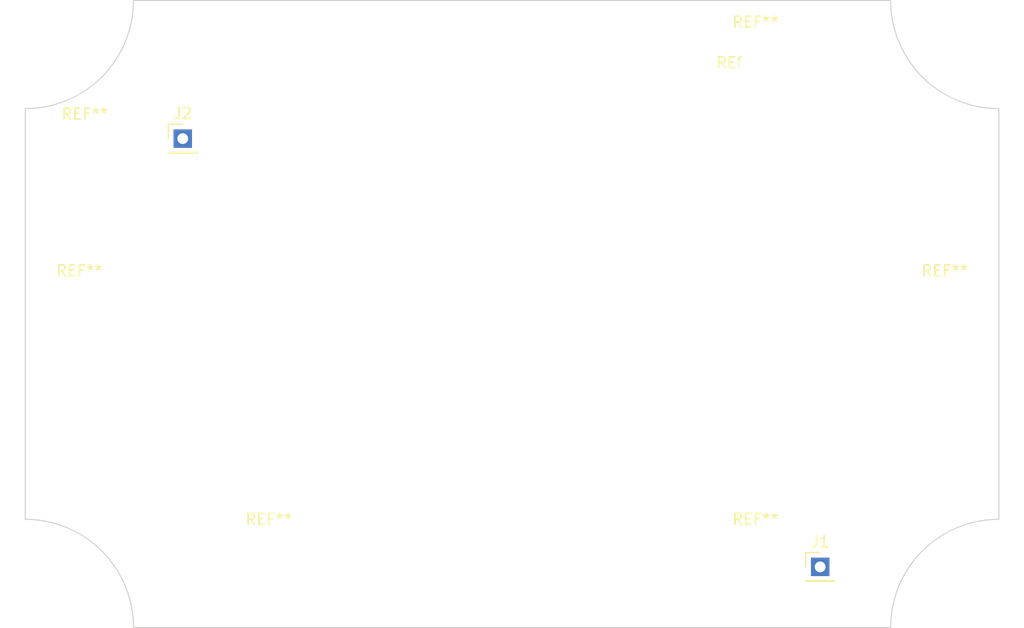
<source format=kicad_pcb>
(kicad_pcb (version 20211014) (generator pcbnew)
  (title_block (title "A06 BACKPLATE") (company "Galopago"))
  (layers (0 "F.Cu" signal) (31 "B.Cu" signal) (34 "B.Paste" user) (35 "F.Paste" user) (36 "B.SilkS" user "B.Silkscreen") (37 "F.SilkS" user "F.Silkscreen") (38 "B.Mask" user) (39 "F.Mask" user) (44 "Edge.Cuts" user))
  (net 0 "")
  (net 1 "Net-(J1-Pad1)")
  (footprint "MountingHole:MountingHole_3mm" (layer "F.Cu") (at 167.5 106)
    (fp_text reference "REF**" (at 0 -4) (layer "F.SilkS"))
    (fp_text value "MountingHole_3mm")
    (pad "" np_thru_hole circle (at 0 0) (size 3 3) (drill 3) (layers *.Cu *.Mask))
  )
  (footprint "Connector_PinHeader_2.54mm:PinHeader_1x01_P2.54mm_Vertical" (layer "F.Cu") (at 114.554 112.776)
    (fp_text reference "J2" (at 0 -2.33) (layer "F.SilkS"))
    (fp_text value "Conn_01x01_Male")
    (fp_line (start -1.33 1.33) (end 1.33 1.33) (layer "F.SilkS") (width 0.12))
    (fp_line (start 1.33 1.27) (end 1.33 1.33) (layer "F.SilkS") (width 0.12))
    (fp_line (start -1.33 -1.33) (end 0 -1.33) (layer "F.SilkS") (width 0.12))
    (fp_line (start -1.33 0) (end -1.33 -1.33) (layer "F.SilkS") (width 0.12))
    (fp_line (start -1.33 1.27) (end 1.33 1.27) (layer "F.SilkS") (width 0.12))
    (fp_line (start -1.33 1.27) (end -1.33 1.33) (layer "F.SilkS") (width 0.12))
    (pad "1" thru_hole rect (at 0 0) (size 1.7 1.7) (drill 1) (layers *.Cu *.Mask) (net 1 "Net-(J1-Pad1)"))
  )
  (footprint "MountingHole:MountingHole_3mm" (layer "F.Cu") (at 105 129)
    (fp_text reference "REF**" (at 0 -4) (layer "F.SilkS"))
    (fp_text value "MountingHole_3mm")
    (pad "" np_thru_hole circle (at 0 0) (size 3 3) (drill 3) (layers *.Cu *.Mask))
  )
  (footprint "MountingHole:MountingHole_3mm" (layer "F.Cu") (at 185 129)
    (fp_text reference "REF**" (at 0 -4) (layer "F.SilkS"))
    (fp_text value "MountingHole_3mm")
    (pad "" np_thru_hole circle (at 0 0) (size 3 3) (drill 3) (layers *.Cu *.Mask))
  )
  (footprint "MountingHole:MountingHole_3mm" (layer "F.Cu") (at 166 109.75)
    (fp_text reference "REF**" (at 0 -4) (layer "F.SilkS"))
    (fp_text value "MountingHole_3mm")
    (pad "" np_thru_hole circle (at 0 0) (size 3 3) (drill 3) (layers *.Cu *.Mask))
  )
  (footprint "MountingHole:MountingHole_3mm" (layer "F.Cu") (at 167.5 152)
    (fp_text reference "REF**" (at 0 -4) (layer "F.SilkS"))
    (fp_text value "MountingHole_3mm")
    (pad "" np_thru_hole circle (at 0 0) (size 3 3) (drill 3) (layers *.Cu *.Mask))
  )
  (footprint "MountingHole:MountingHole_3mm" (layer "F.Cu") (at 105.5 114.5)
    (fp_text reference "REF**" (at 0 -4) (layer "F.SilkS"))
    (fp_text value "MountingHole_3mm")
    (pad "" np_thru_hole circle (at 0 0) (size 3 3) (drill 3) (layers *.Cu *.Mask))
  )
  (footprint "Connector_PinHeader_2.54mm:PinHeader_1x01_P2.54mm_Vertical" (layer "F.Cu") (at 173.482 152.4)
    (fp_text reference "J1" (at 0 -2.33) (layer "F.SilkS"))
    (fp_text value "Conn_01x01_Male")
    (fp_line (start -1.33 1.33) (end 1.33 1.33) (layer "F.SilkS") (width 0.12))
    (fp_line (start -1.33 1.27) (end -1.33 1.33) (layer "F.SilkS") (width 0.12))
    (fp_line (start -1.33 0) (end -1.33 -1.33) (layer "F.SilkS") (width 0.12))
    (fp_line (start 1.33 1.27) (end 1.33 1.33) (layer "F.SilkS") (width 0.12))
    (fp_line (start -1.33 1.27) (end 1.33 1.27) (layer "F.SilkS") (width 0.12))
    (fp_line (start -1.33 -1.33) (end 0 -1.33) (layer "F.SilkS") (width 0.12))
    (pad "1" thru_hole rect (at 0 0) (size 1.7 1.7) (drill 1) (layers *.Cu *.Mask) (net 1 "Net-(J1-Pad1)"))
  )
  (footprint "MountingHole:MountingHole_3mm" (layer "F.Cu") (at 122.5 152)
    (fp_text reference "REF**" (at 0 -4) (layer "F.SilkS"))
    (fp_text value "MountingHole_3mm")
    (pad "" np_thru_hole circle (at 0 0) (size 3 3) (drill 3) (layers *.Cu *.Mask))
  )
  (gr_arc (start 110 100) (mid 107.071068 107.071068) (end 100 110) (layer "Edge.Cuts") (width 0.1))
  (gr_line (start 110 100) (end 180 100) (layer "Edge.Cuts") (width 0.1))
  (gr_line (start 180 158) (end 110 158) (layer "Edge.Cuts") (width 0.1))
  (gr_arc (start 190 110) (mid 182.928932 107.071068) (end 180 100) (layer "Edge.Cuts") (width 0.1))
  (gr_arc (start 180 158) (mid 182.928932 150.928932) (end 190 148) (layer "Edge.Cuts") (width 0.1))
  (gr_arc (start 100 148) (mid 107.071068 150.928932) (end 110 158) (layer "Edge.Cuts") (width 0.1))
  (gr_line (start 190 110) (end 190 148) (layer "Edge.Cuts") (width 0.1))
  (gr_line (start 100 110) (end 100 148) (layer "Edge.Cuts") (width 0.1))
)
</source>
